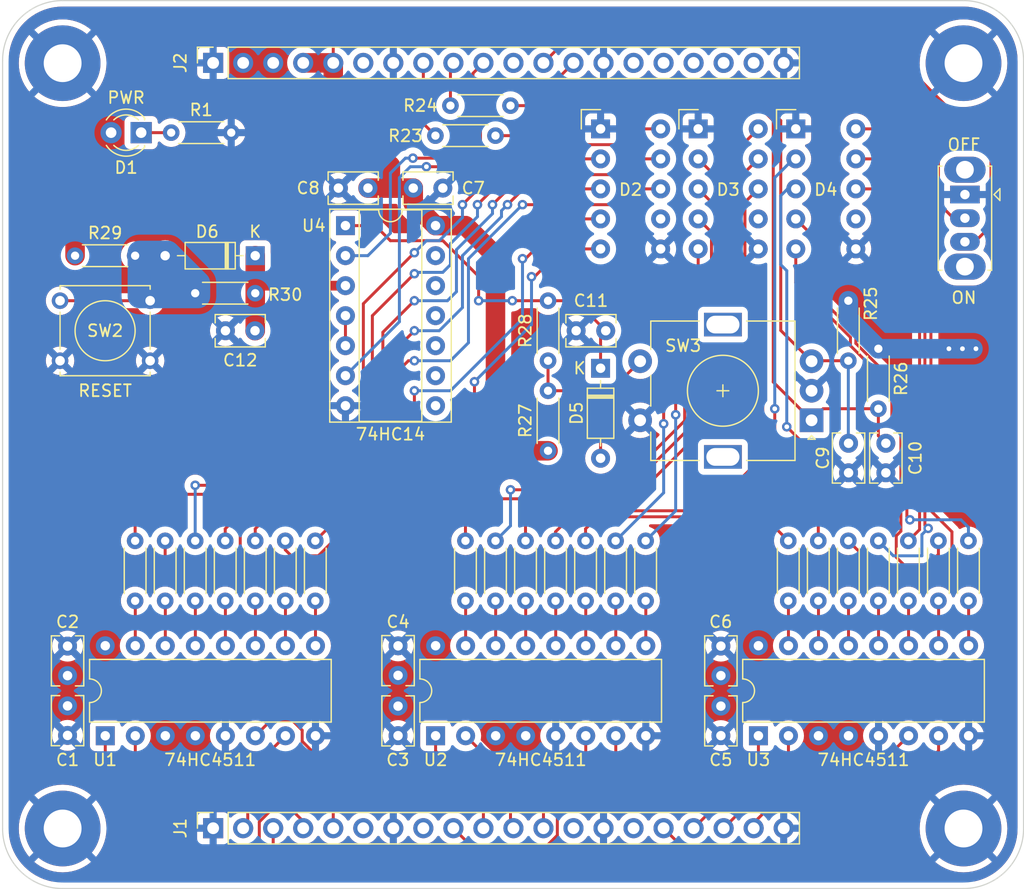
<source format=kicad_pcb>
(kicad_pcb (version 20211014) (generator pcbnew)
  (layers (0 "F.Cu" signal) (31 "B.Cu" power) (34 "B.Paste" user) (35 "F.Paste" user) (36 "B.SilkS" user "B.Silkscreen") (37 "F.SilkS" user "F.Silkscreen") (38 "B.Mask" user) (39 "F.Mask" user) (44 "Edge.Cuts" user))
  (net 0 "")
  (net 1 "+5V")
  (net 2 "GND")
  (net 3 "/CH_DT")
  (net 4 "/CH_CLK")
  (net 5 "/CH_~{SEL}")
  (net 6 "Net-(U4-Pad3)")
  (net 7 "Net-(D1-Pad1)")
  (net 8 "Net-(D2-Pad2)")
  (net 9 "Net-(D2-Pad3)")
  (net 10 "Net-(D2-Pad4)")
  (net 11 "Net-(D2-Pad5)")
  (net 13 "Net-(D2-Pad8)")
  (net 14 "Net-(D2-Pad9)")
  (net 15 "Net-(D2-Pad10)")
  (net 16 "Net-(D3-Pad2)")
  (net 17 "Net-(D3-Pad3)")
  (net 18 "Net-(D3-Pad4)")
  (net 19 "Net-(D3-Pad5)")
  (net 21 "Net-(D3-Pad8)")
  (net 22 "Net-(D3-Pad9)")
  (net 23 "Net-(D3-Pad10)")
  (net 24 "Net-(D4-Pad2)")
  (net 25 "Net-(D4-Pad3)")
  (net 26 "Net-(D4-Pad4)")
  (net 27 "Net-(D4-Pad5)")
  (net 29 "Net-(D4-Pad8)")
  (net 30 "Net-(D4-Pad9)")
  (net 31 "Net-(D4-Pad10)")
  (net 32 "Net-(R27-Pad2)")
  (net 33 "Net-(R29-Pad2)")
  (net 34 "/OA.D0")
  (net 35 "/OA.D1")
  (net 36 "/OA.D2")
  (net 37 "/OA.D3")
  (net 40 "/OB.D0")
  (net 41 "/OB.D1")
  (net 42 "/OB.D2")
  (net 43 "/OB.D3")
  (net 46 "/OC.D0")
  (net 47 "/OC.D1")
  (net 48 "/OC.D2")
  (net 49 "/OC.D3")
  (net 50 "+3.3V")
  (net 52 "/IA.D0")
  (net 53 "/IA.D1")
  (net 54 "/IA.D2")
  (net 55 "/IA.D3")
  (net 56 "3V3_EN")
  (net 57 "~{RESET}")
  (net 63 "Net-(U1-Pad13)")
  (net 64 "Net-(U1-Pad12)")
  (net 65 "Net-(U1-Pad11)")
  (net 66 "Net-(U1-Pad10)")
  (net 67 "Net-(U1-Pad9)")
  (net 68 "Net-(U1-Pad15)")
  (net 69 "Net-(U1-Pad14)")
  (net 70 "Net-(U2-Pad13)")
  (net 71 "Net-(U2-Pad12)")
  (net 72 "Net-(U2-Pad11)")
  (net 73 "Net-(U2-Pad10)")
  (net 74 "Net-(U2-Pad9)")
  (net 75 "Net-(U2-Pad15)")
  (net 76 "Net-(U2-Pad14)")
  (net 77 "Net-(U3-Pad13)")
  (net 78 "Net-(U3-Pad12)")
  (net 79 "Net-(U3-Pad11)")
  (net 80 "Net-(U3-Pad10)")
  (net 81 "Net-(U3-Pad9)")
  (net 82 "Net-(U3-Pad15)")
  (net 83 "Net-(U3-Pad14)")
  (net 84 "Net-(U4-Pad4)")
  (footprint "Display_7Segment:HDSP-A151" (layer "F.Cu") (at 163.83 41.3375)
    (fp_text reference "D2")
    (fp_text value "INND-TS30RCB")
  )
  (footprint "Package_DIP:DIP-14_W7.62mm_Socket" (layer "F.Cu") (at 142.25 49.525)
    (fp_text reference "U4")
    (fp_text value "74HC14")
  )
  (footprint "Button_Switch_THT:SW_Tactile_Straight_KSA0Axx1LFTR" (layer "F.Cu") (at 125.73 60.96 180)
    (fp_text reference "SW2")
    (fp_text value "SW_RST")
  )
  (footprint "Resistor_THT:R_Axial_DIN0204_L3.6mm_D1.6mm_P5.08mm_Horizontal" (layer "F.Cu") (at 192.405 81.28 90)
    (fp_text reference "R19" hide)
    (fp_text value "330")
  )
  (footprint "Package_DIP:DIP-16_W7.62mm" (layer "F.Cu") (at 121.935 92.7 90)
    (fp_text reference "U1")
    (fp_text value "74HC4511")
  )
  (footprint "Resistor_THT:R_Axial_DIN0204_L3.6mm_D1.6mm_P5.08mm_Horizontal" (layer "F.Cu") (at 157.48 81.28 90)
    (fp_text reference "R9" hide)
    (fp_text value "330")
  )
  (footprint "Package_DIP:DIP-16_W7.62mm" (layer "F.Cu") (at 177.18 92.7 90)
    (fp_text reference "U3")
    (fp_text value "74HC4511")
  )
  (footprint "Resistor_THT:R_Axial_DIN0204_L3.6mm_D1.6mm_P5.08mm_Horizontal" (layer "F.Cu") (at 154.94 81.28 90)
    (fp_text reference "R15" hide)
    (fp_text value "330")
  )
  (footprint "Resistor_THT:R_Axial_DIN0204_L3.6mm_D1.6mm_P5.08mm_Horizontal" (layer "F.Cu") (at 165.1 81.28 90)
    (fp_text reference "R12" hide)
    (fp_text value "330")
  )
  (footprint "Resistor_THT:R_Axial_DIN0204_L3.6mm_D1.6mm_P5.08mm_Horizontal" (layer "F.Cu") (at 134.62 81.28 90)
    (fp_text reference "R4" hide)
    (fp_text value "330")
  )
  (footprint "Capacitor_THT:C_Rect_L4.0mm_W2.5mm_P2.50mm" (layer "F.Cu") (at 118.745 90.17 -90)
    (fp_text reference "C1")
    (fp_text value "1u")
  )
  (footprint "Resistor_THT:R_Axial_DIN0204_L3.6mm_D1.6mm_P5.08mm_Horizontal" (layer "F.Cu") (at 184.785 81.28 90)
    (fp_text reference "R16" hide)
    (fp_text value "330")
  )
  (footprint "Capacitor_THT:C_Rect_L4.0mm_W2.5mm_P2.50mm" (layer "F.Cu") (at 174.005 90.19 -90)
    (fp_text reference "C5")
    (fp_text value "1u")
  )
  (footprint "Resistor_THT:R_Axial_DIN0204_L3.6mm_D1.6mm_P5.08mm_Horizontal" (layer "F.Cu") (at 129.54 81.28 90)
    (fp_text reference "R2" hide)
    (fp_text value "330")
  )
  (footprint "Resistor_THT:R_Axial_DIN0204_L3.6mm_D1.6mm_P5.08mm_Horizontal" (layer "F.Cu") (at 160.02 81.28 90)
    (fp_text reference "R10" hide)
    (fp_text value "330")
  )
  (footprint "Capacitor_THT:C_Rect_L4.0mm_W2.5mm_P2.50mm" (layer "F.Cu") (at 146.7 87.59 90)
    (fp_text reference "C4")
    (fp_text value "0u1")
  )
  (footprint "Button_Switch_THT:SW_Slide_1P2T_CK_OS102011MS2Q" (layer "F.Cu") (at 194.6475 46.895 -90)
    (fp_text reference "SW1" hide)
    (fp_text value "SW_PWR")
  )
  (footprint "Rotary_Encoder:RotaryEncoder_Alps_EC11E-Switch_Vertical_H20mm" (layer "F.Cu") (at 181.675 66 180)
    (fp_text reference "SW3")
    (fp_text value "SW_Choice")
  )
  (footprint "Package_DIP:DIP-16_W7.62mm" (layer "F.Cu") (at 149.875 92.7 90)
    (fp_text reference "U2")
    (fp_text value "74HC4511")
  )
  (footprint "Resistor_THT:R_Axial_DIN0204_L3.6mm_D1.6mm_P5.08mm_Horizontal" (layer "F.Cu") (at 129.54 55.245)
    (fp_text reference "R30")
    (fp_text value "22k")
  )
  (footprint "Resistor_THT:R_Axial_DIN0204_L3.6mm_D1.6mm_P5.08mm_Horizontal" (layer "F.Cu") (at 139.7 81.28 90)
    (fp_text reference "R6" hide)
    (fp_text value "330")
  )
  (footprint "MountingHole:MountingHole_3.2mm_M3_Pad" (layer "F.Cu") (at 194.527898 35.777898)
    (fp_text reference "H2" hide)
    (fp_text value "M3")
  )
  (footprint "Connector_PinSocket_2.54mm:PinSocket_1x20_P2.54mm_Vertical" (layer "F.Cu") (at 131.057898 100.522898 90)
    (fp_text reference "J1")
    (fp_text value "HDR_Output")
  )
  (footprint "Capacitor_THT:C_Rect_L4.0mm_W2.5mm_P2.50mm" (layer "F.Cu") (at 146.7 90.19 -90)
    (fp_text reference "C3")
    (fp_text value "1u")
  )
  (footprint "Resistor_THT:R_Axial_DIN0204_L3.6mm_D1.6mm_P5.08mm_Horizontal" (layer "F.Cu") (at 179.705 81.28 90)
    (fp_text reference "R21" hide)
    (fp_text value "330")
  )
  (footprint "Resistor_THT:R_Axial_DIN0204_L3.6mm_D1.6mm_P5.08mm_Horizontal" (layer "F.Cu") (at 151.13 39.37)
    (fp_text reference "R24")
    (fp_text value "10k")
  )
  (footprint "Capacitor_THT:C_Rect_L4.0mm_W2.5mm_P2.50mm" (layer "F.Cu") (at 174.005 87.61 90)
    (fp_text reference "C6")
    (fp_text value "0u1")
  )
  (footprint "Capacitor_THT:C_Rect_L4.0mm_W2.5mm_P2.50mm" (layer "F.Cu") (at 184.805 67.945 -90)
    (fp_text reference "C9")
    (fp_text value "10n")
  )
  (footprint "Capacitor_THT:C_Rect_L4.0mm_W2.5mm_P2.50mm" (layer "F.Cu") (at 147.985 46.35)
    (fp_text reference "C7")
    (fp_text value "1u")
  )
  (footprint "Capacitor_THT:C_Rect_L4.0mm_W2.5mm_P2.50mm" (layer "F.Cu") (at 164.265 58.42 180)
    (fp_text reference "C11")
    (fp_text value "0u1")
  )
  (footprint "Display_7Segment:HDSP-A151" (layer "F.Cu") (at 172.085 41.3375)
    (fp_text reference "D3")
    (fp_text value "INND-TS30RCB")
  )
  (footprint "Resistor_THT:R_Axial_DIN0204_L3.6mm_D1.6mm_P5.08mm_Horizontal" (layer "F.Cu") (at 159.385 60.96 90)
    (fp_text reference "R28")
    (fp_text value "200k")
  )
  (footprint "Resistor_THT:R_Axial_DIN0204_L3.6mm_D1.6mm_P5.08mm_Horizontal" (layer "F.Cu") (at 189.865 81.28 90)
    (fp_text reference "R18" hide)
    (fp_text value "330")
  )
  (footprint "MountingHole:MountingHole_3.2mm_M3_Pad" (layer "F.Cu") (at 118.327898 35.777898)
    (fp_text reference "H1" hide)
    (fp_text value "M3")
  )
  (footprint "Resistor_THT:R_Axial_DIN0204_L3.6mm_D1.6mm_P5.08mm_Horizontal" (layer "F.Cu") (at 167.64 81.28 90)
    (fp_text reference "R13" hide)
    (fp_text value "330")
  )
  (footprint "Capacitor_THT:C_Rect_L4.0mm_W2.5mm_P2.50mm" (layer "F.Cu") (at 187.96 67.945 -90)
    (fp_text reference "C10")
    (fp_text value "10n")
  )
  (footprint "LED_THT:LED_D3.0mm" (layer "F.Cu") (at 124.968 41.656 180)
    (fp_text reference "D1")
    (fp_text value "PWR")
  )
  (footprint "Resistor_THT:R_Axial_DIN0204_L3.6mm_D1.6mm_P5.08mm_Horizontal" (layer "F.Cu") (at 187.325 81.28 90)
    (fp_text reference "R17" hide)
    (fp_text value "330")
  )
  (footprint "Resistor_THT:R_Axial_DIN0204_L3.6mm_D1.6mm_P5.08mm_Horizontal" (layer "F.Cu") (at 162.56 81.28 90)
    (fp_text reference "R11" hide)
    (fp_text value "330")
  )
  (footprint "Resistor_THT:R_Axial_DIN0204_L3.6mm_D1.6mm_P5.08mm_Horizontal" (layer "F.Cu") (at 182.245 81.28 90)
    (fp_text reference "R22" hide)
    (fp_text value "330")
  )
  (footprint "Resistor_THT:R_Axial_DIN0204_L3.6mm_D1.6mm_P5.08mm_Horizontal" (layer "F.Cu") (at 152.4 81.28 90)
    (fp_text reference "R14" hide)
    (fp_text value "330")
  )
  (footprint "Capacitor_THT:C_Rect_L4.0mm_W2.5mm_P2.50mm" (layer "F.Cu") (at 134.6 58.42 180)
    (fp_text reference "C12")
    (fp_text value "1u")
  )
  (footprint "Resistor_THT:R_Axial_DIN0204_L3.6mm_D1.6mm_P5.08mm_Horizontal" (layer "F.Cu") (at 184.785 55.88 -90)
    (fp_text reference "R25")
    (fp_text value "10k")
  )
  (footprint "Resistor_THT:R_Axial_DIN0204_L3.6mm_D1.6mm_P5.08mm_Horizontal" (layer "F.Cu") (at 127.508 41.656)
    (fp_text reference "R1")
    (fp_text value "500")
  )
  (footprint "Display_7Segment:HDSP-A151" (layer "F.Cu") (at 180.34 41.3375)
    (fp_text reference "D4")
    (fp_text value "INND-TS30RCB")
  )
  (footprint "Resistor_THT:R_Axial_DIN0204_L3.6mm_D1.6mm_P5.08mm_Horizontal" (layer "F.Cu") (at 149.86 41.91)
    (fp_text reference "R23")
    (fp_text value "10k")
  )
  (footprint "Diode_THT:D_DO-35_SOD27_P7.62mm_Horizontal" (layer "F.Cu") (at 134.62 52.07 180)
    (fp_text reference "D6")
    (fp_text value "1N4148")
  )
  (footprint "Resistor_THT:R_Axial_DIN0204_L3.6mm_D1.6mm_P5.08mm_Horizontal" (layer "F.Cu") (at 187.325 59.944 -90)
    (fp_text reference "R26")
    (fp_text value "10k")
  )
  (footprint "Resistor_THT:R_Axial_DIN0204_L3.6mm_D1.6mm_P5.08mm_Horizontal" (layer "F.Cu") (at 159.385 68.58 90)
    (fp_text reference "R27")
    (fp_text value "10k")
  )
  (footprint "Connector_PinSocket_2.54mm:PinSocket_1x20_P2.54mm_Vertical" (layer "F.Cu") (at 131.057898 35.752898 90)
    (fp_text reference "J2")
    (fp_text value "HDR_Input")
  )
  (footprint "Resistor_THT:R_Axial_DIN0204_L3.6mm_D1.6mm_P5.08mm_Horizontal" (layer "F.Cu") (at 119.38 52.07)
    (fp_text reference "R29")
    (fp_text value "51k")
  )
  (footprint "MountingHole:MountingHole_3.2mm_M3_Pad" (layer "F.Cu") (at 194.527898 100.547898)
    (fp_text reference "H4" hide)
    (fp_text value "M3")
  )
  (footprint "Diode_THT:D_DO-35_SOD27_P7.62mm_Horizontal" (layer "F.Cu") (at 163.83 61.595 -90)
    (fp_text reference "D5")
    (fp_text value "1N4148")
  )
  (footprint "Resistor_THT:R_Axial_DIN0204_L3.6mm_D1.6mm_P5.08mm_Horizontal" (layer "F.Cu") (at 132.08 81.28 90)
    (fp_text reference "R3" hide)
    (fp_text value "330")
  )
  (footprint "Capacitor_THT:C_Rect_L4.0mm_W2.5mm_P2.50mm" (layer "F.Cu") (at 118.745 87.61 90)
    (fp_text reference "C2")
    (fp_text value "0u1")
  )
  (footprint "MountingHole:MountingHole_3.2mm_M3_Pad" (layer "F.Cu") (at 118.327898 100.547898)
    (fp_text reference "H3" hide)
    (fp_text value "M3")
  )
  (footprint "Resistor_THT:R_Axial_DIN0204_L3.6mm_D1.6mm_P5.08mm_Horizontal" (layer "F.Cu") (at 124.46 81.28 90)
    (fp_text reference "R7" hide)
    (fp_text value "330")
  )
  (footprint "Resistor_THT:R_Axial_DIN0204_L3.6mm_D1.6mm_P5.08mm_Horizontal" (layer "F.Cu") (at 137.16 81.28 90)
    (fp_text reference "R5" hide)
    (fp_text value "330")
  )
  (footprint "Capacitor_THT:C_Rect_L4.0mm_W2.5mm_P2.50mm" (layer "F.Cu") (at 144.155 46.35 180)
    (fp_text reference "C8")
    (fp_text value "0u1")
  )
  (footprint "Resistor_THT:R_Axial_DIN0204_L3.6mm_D1.6mm_P5.08mm_Horizontal" (layer "F.Cu") (at 127 81.28 90)
    (fp_text reference "R8" hide)
    (fp_text value "330")
  )
  (footprint "Resistor_THT:R_Axial_DIN0204_L3.6mm_D1.6mm_P5.08mm_Horizontal" (layer "F.Cu") (at 194.945 81.28 90)
    (fp_text reference "R20" hide)
    (fp_text value "330")
  )
  (gr_line (start 113.247898 100.547898) (end 113.247898 35.56) (layer "Edge.Cuts") (width 0.1))
  (gr_arc (start 118.327898 105.627898) (mid 114.735796 104.14) (end 113.247898 100.547898) (layer "Edge.Cuts") (width 0.1))
  (gr_line (start 118.327898 30.48) (end 194.527898 30.48) (layer "Edge.Cuts") (width 0.1))
  (gr_arc (start 113.247898 35.56) (mid 114.735794 31.967896) (end 118.327898 30.48) (layer "Edge.Cuts") (width 0.1))
  (gr_arc (start 194.527898 30.48) (mid 198.12 31.967898) (end 199.607898 35.56) (layer "Edge.Cuts") (width 0.1))
  (gr_arc (start 199.607898 100.547898) (mid 198.12 104.14) (end 194.527898 105.627898) (layer "Edge.Cuts") (width 0.1))
  (gr_line (start 194.527898 105.627898) (end 118.327898 105.627898) (layer "Edge.Cuts") (width 0.1))
  (gr_line (start 199.607898 35.56) (end 199.607898 100.547898) (layer "Edge.Cuts") (width 0.1))
  (gr_text "RESET" (at 121.92 63.5) (layer "F.SilkS") (effects (font (size 1 1))))
  (gr_text "ON" (at 194.564 55.626) (layer "F.SilkS") (effects (font (size 1 1))))
  (gr_text "OFF" (at 194.564 42.672) (layer "F.SilkS") (effects (font (size 1 1))))
  (via (at 194.437 59.944) (size 0.8) (drill 0.4) (layers "F.Cu" "B.Cu") (net 1))
  (via (at 193.294 59.944) (size 0.8) (drill 0.4) (layers "F.Cu" "B.Cu") (net 1))
  (via (at 195.58 59.944) (size 0.8) (drill 0.4) (layers "F.Cu" "B.Cu") (net 1))
  (segment (start 192.786 59.944) (end 194.056 59.944) (width 1.65) (layer "B.Cu") (net 1))
  (segment (start 184.785 55.88) (end 184.785 57.404) (width 1.65) (layer "B.Cu") (net 1))
  (segment (start 194.056 59.944) (end 195.326 59.944) (width 1.65) (layer "B.Cu") (net 1))
  (segment (start 184.785 57.404) (end 187.325 59.944) (width 1.65) (layer "B.Cu") (net 1))
  (segment (start 187.325 59.944) (end 192.786 59.944) (width 1.65) (layer "B.Cu") (net 1))
  (segment (start 179.07 40.64) (end 177.292 38.862) (width 0.25) (layer "F.Cu") (net 3))
  (segment (start 179.07 58.395) (end 179.07 40.64) (width 0.25) (layer "F.Cu") (net 3))
  (segment (start 184.785 60.96) (end 181.715 60.96) (width 0.25) (layer "F.Cu") (net 3))
  (segment (start 181.675 61) (end 179.07 58.395) (width 0.25) (layer "F.Cu") (net 3))
  (segment (start 177.292 38.862) (end 157.988 38.862) (width 0.25) (layer "F.Cu") (net 3))
  (segment (start 157.988 38.862) (end 157.48 39.37) (width 0.25) (layer "F.Cu") (net 3))
  (segment (start 157.48 39.37) (end 156.21 39.37) (width 0.25) (layer "F.Cu") (net 3))
  (segment (start 184.785 60.96) (end 184.785 67.925) (width 0.25) (layer "B.Cu") (net 3))
  (segment (start 178.435 40.641396) (end 177.163604 39.37) (width 0.25) (layer "F.Cu") (net 4))
  (segment (start 178.435 62.76) (end 178.435 40.641396) (width 0.25) (layer "F.Cu") (net 4))
  (segment (start 156.845 41.91) (end 154.94 41.91) (width 0.25) (layer "F.Cu") (net 4))
  (segment (start 187.325 67.31) (end 187.96 67.945) (width 0.25) (layer "F.Cu") (net 4))
  (segment (start 187.325 65.024) (end 182.651 65.024) (width 0.25) (layer "F.Cu") (net 4))
  (segment (start 177.163604 39.37) (end 159.385 39.37) (width 0.25) (layer "F.Cu") (net 4))
  (segment (start 187.325 65.405) (end 187.325 67.31) (width 0.25) (layer "F.Cu") (net 4))
  (segment (start 159.385 39.37) (end 156.845 41.91) (width 0.25) (layer "F.Cu") (net 4))
  (segment (start 182.651 65.024) (end 181.675 66) (width 0.25) (layer "F.Cu") (net 4))
  (segment (start 181.675 66) (end 178.435 62.76) (width 0.25) (layer "F.Cu") (net 4))
  (segment (start 163.83 61.595) (end 163.83 58.855) (width 0.25) (layer "F.Cu") (net 5))
  (segment (start 153.5155 55.88) (end 153.5155 53.8205) (width 0.25) (layer "F.Cu") (net 5))
  (segment (start 153.5155 53.8205) (end 150.495 50.8) (width 0.25) (layer "F.Cu") (net 5))
  (segment (start 159.385 55.88) (end 156.3645 55.88) (width 0.25) (layer "F.Cu") (net 5))
  (segment (start 146.05 50.8) (end 144.775 49.525) (width 0.25) (layer "F.Cu") (net 5))
  (segment (start 144.775 49.525) (end 142.25 49.525) (width 0.25) (layer "F.Cu") (net 5))
  (segment (start 161.725 55.88) (end 159.385 55.88) (width 0.25) (layer "F.Cu") (net 5))
  (segment (start 164.265 58.42) (end 161.725 55.88) (width 0.25) (layer "F.Cu") (net 5))
  (segment (start 150.495 50.8) (end 146.05 50.8) (width 0.25) (layer "F.Cu") (net 5))
  (via (at 156.3645 55.88) (size 0.8) (drill 0.4) (layers "F.Cu" "B.Cu") (net 5))
  (via (at 153.5155 55.88) (size 0.8) (drill 0.4) (layers "F.Cu" "B.Cu") (net 5))
  (segment (start 156.3645 55.88) (end 153.67 55.88) (width 0.25) (layer "B.Cu") (net 5))
  (segment (start 153.67 55.88) (end 153.5155 55.88) (width 0.25) (layer "B.Cu") (net 5))
  (segment (start 134.62 58.4) (end 134.6 58.42) (width 1.65) (layer "F.Cu") (net 6))
  (segment (start 142.25 54.605) (end 135.26 54.605) (width 0.825) (layer "F.Cu") (net 6))
  (segment (start 135.26 54.605) (end 134.62 55.245) (width 0.825) (layer "F.Cu") (net 6))
  (segment (start 134.62 52.07) (end 134.62 58.4) (width 1.65) (layer "F.Cu") (net 6))
  (segment (start 127.508 41.656) (end 124.968 41.656) (width 0.25) (layer "F.Cu") (net 7))
  (segment (start 144.526 57.15) (end 144.526 66.167) (width 0.25) (layer "F.Cu") (net 8))
  (segment (start 148.082 53.594) (end 144.526 57.15) (width 0.25) (layer "F.Cu") (net 8))
  (segment (start 124.46 73.914) (end 124.46 76.2) (width 0.25) (layer "F.Cu") (net 8))
  (segment (start 138.43 72.263) (end 126.111 72.263) (width 0.25) (layer "F.Cu") (net 8))
  (segment (start 163.83 43.8775) (end 157.2905 43.8775) (width 0.25) (layer "F.Cu") (net 8))
  (segment (start 126.111 72.263) (end 124.46 73.914) (width 0.25) (layer "F.Cu") (net 8))
  (segment (start 144.526 66.167) (end 138.43 72.263) (width 0.25) (layer "F.Cu") (net 8))
  (segment (start 157.2905 43.8775) (end 153.416 47.752) (width 0.25) (layer "F.Cu") (net 8))
  (via (at 153.416 47.752) (size 0.8) (drill 0.4) (layers "F.Cu" "B.Cu") (net 8))
  (via (at 148.082 53.594) (size 0.8) (drill 0.4) (layers "F.Cu" "B.Cu") (net 8))
  (segment (start 151.13 51.054) (end 151.13 52.832) (width 0.25) (layer "B.Cu") (net 8))
  (segment (start 151.13 52.832) (end 150.482 53.48) (width 0.25) (layer "B.Cu") (net 8))
  (segment (start 148.196 53.48) (end 148.082 53.594) (width 0.25) (layer "B.Cu") (net 8))
  (segment (start 153.416 47.752) (end 153.416 48.768) (width 0.25) (layer "B.Cu") (net 8))
  (segment (start 150.482 53.48) (end 148.196 53.48) (width 0.25) (layer "B.Cu") (net 8))
  (segment (start 153.416 48.768) (end 151.13 51.054) (width 0.25) (layer "B.Cu") (net 8))
  (segment (start 127.762 78.486) (end 127 77.724) (width 0.25) (layer "F.Cu") (net 9))
  (segment (start 148.082 58.42) (end 146.177 60.325) (width 0.25) (layer "F.Cu") (net 9))
  (segment (start 134.874 73.66) (end 133.35 75.184) (width 0.25) (layer "F.Cu") (net 9))
  (segment (start 146.177 67.056) (end 139.573 73.66) (width 0.25) (layer "F.Cu") (net 9))
  (segment (start 146.177 60.325) (end 146.177 67.056) (width 0.25) (layer "F.Cu") (net 9))
  (segment (start 163.83 46.4175) (end 157.2905 46.4175) (width 0.25) (layer "F.Cu") (net 9))
  (segment (start 133.35 77.724) (end 132.588 78.486) (width 0.25) (layer "F.Cu") (net 9))
  (segment (start 127 77.724) (end 127 76.2) (width 0.25) (layer "F.Cu") (net 9))
  (segment (start 157.2905 46.4175) (end 155.956 47.752) (width 0.25) (layer "F.Cu") (net 9))
  (segment (start 132.588 78.486) (end 127.762 78.486) (width 0.25) (layer "F.Cu") (net 9))
  (segment (start 133.35 75.184) (end 133.35 77.724) (width 0.25) (layer "F.Cu") (net 9))
  (segment (start 139.573 73.66) (end 134.874 73.66) (width 0.25) (layer "F.Cu") (net 9))
  (via (at 148.082 58.42) (size 0.8) (drill 0.4) (layers "F.Cu" "B.Cu") (net 9))
  (via (at 155.956 47.752) (size 0.8) (drill 0.4) (layers "F.Cu" "B.Cu") (net 9))
  (segment (start 155.956 47.752) (end 155.448 48.26) (width 0.25) (layer "B.Cu") (net 9))
  (segment (start 152.146 52.07) (end 152.146 56.459991) (width 0.25) (layer "B.Cu") (net 9))
  (segment (start 150.185991 58.42) (end 148.082 58.42) (width 0.25) (layer "B.Cu") (net 9))
  (segment (start 152.146 56.459991) (end 150.185991 58.42) (width 0.25) (layer "B.Cu") (net 9))
  (segment (start 155.448 48.768) (end 152.146 52.07) (width 0.25) (layer "B.Cu") (net 9))
  (segment (start 155.448 48.26) (end 155.448 48.768) (width 0.25) (layer "B.Cu") (net 9))
  (segment (start 163.83 48.9575) (end 160.8465 48.9575) (width 0.25) (layer "F.Cu") (net 10))
  (segment (start 148.082 67.818) (end 139.7 76.2) (width 0.25) (layer "F.Cu") (net 10))
  (segment (start 157.48 52.324) (end 157.226 52.324) (width 0.25) (layer "F.Cu") (net 10))
  (segment (start 148.082 63.5) (end 148.082 67.818) (width 0.25) (layer "F.Cu") (net 10))
  (segment (start 157.48 52.324) (end 160.8465 48.9575) (width 0.25) (layer "F.Cu") (net 10))
  (via (at 157.226 52.324) (size 0.8) (drill 0.4) (layers "F.Cu" "B.Cu") (net 10))
  (via (at 148.082 63.5) (size 0.8) (drill 0.4) (layers "F.Cu" "B.Cu") (net 10))
  (segment (start 157.226 52.324) (end 157.226 57.404) (width 0.25) (layer "B.Cu") (net 10))
  (segment (start 151.13 63.5) (end 148.082 63.5) (width 0.25) (layer "B.Cu") (net 10))
  (segment (start 157.226 57.404) (end 151.13 63.5) (width 0.25) (layer "B.Cu") (net 10))
  (segment (start 153.162 64.262) (end 139.954 77.47) (width 0.25) (layer "F.Cu") (net 11))
  (segment (start 137.668 77.47) (end 137.16 76.962) (width 0.25) (layer "F.Cu") (net 11))
  (segment (start 153.162 62.738) (end 153.162 64.262) (width 0.25) (layer "F.Cu") (net 11))
  (segment (start 158.242 53.848) (end 157.988 53.848) (width 0.25) (layer "F.Cu") (net 11))
  (segment (start 158.242 53.848) (end 160.5925 51.4975) (width 0.25) (layer "F.Cu") (net 11))
  (segment (start 139.954 77.47) (end 137.668 77.47) (width 0.25) (layer "F.Cu") (net 11))
  (segment (start 163.83 51.4975) (end 160.5925 51.4975) (width 0.25) (layer "F.Cu") (net 11))
  (segment (start 137.16 76.962) (end 137.16 76.2) (width 0.25) (layer "F.Cu") (net 11))
  (via (at 153.162 62.738) (size 0.8) (drill 0.4) (layers "F.Cu" "B.Cu") (net 11))
  (via (at 157.988 53.848) (size 0.8) (drill 0.4) (layers "F.Cu" "B.Cu") (net 11))
  (segment (start 157.988 57.912) (end 153.162 62.738) (width 0.25) (layer "B.Cu") (net 11))
  (segment (start 157.988 53.848) (end 157.988 57.912) (width 0.25) (layer "B.Cu") (net 11))
  (segment (start 140.081 74.422) (end 135.382 74.422) (width 0.25) (layer "F.Cu") (net 13))
  (segment (start 135.382 74.422) (end 134.62 75.184) (width 0.25) (layer "F.Cu") (net 13))
  (segment (start 166.4345 46.4175) (end 165.1 47.752) (width 0.25) (layer "F.Cu") (net 13))
  (segment (start 157.226 47.752) (end 165.1 47.752) (width 0.25) (layer "F.Cu") (net 13))
  (segment (start 147.574 60.96) (end 146.939 61.595) (width 0.25) (layer "F.Cu") (net 13))
  (segment (start 148.082 60.96) (end 147.574 60.96) (width 0.25) (layer "F.Cu") (net 13))
  (segment (start 146.939 67.564) (end 140.081 74.422) (width 0.25) (layer "F.Cu") (net 13))
  (segment (start 134.62 75.184) (end 134.62 76.2) (width 0.25) (layer "F.Cu") (net 13))
  (segment (start 146.939 61.595) (end 146.939 67.564) (width 0.25) (layer "F.Cu") (net 13))
  (segment (start 168.91 46.4175) (end 166.4345 46.4175) (width 0.25) (layer "F.Cu") (net 13))
  (via (at 157.226 47.752) (size 0.8) (drill 0.4) (layers "F.Cu" "B.Cu") (net 13))
  (via (at 148.082 60.96) (size 0.8) (drill 0.4) (layers "F.Cu" "B.Cu") (net 13))
  (segment (start 151.13 60.96) (end 148.082 60.96) (width 0.25) (layer "B.Cu") (net 13))
  (segment (start 157.226 47.752) (end 152.654 52.324) (width 0.25) (layer "B.Cu") (net 13))
  (segment (start 152.654 59.436) (end 151.13 60.96) (width 0.25) (layer "B.Cu") (net 13))
  (segment (start 152.654 52.324) (end 152.654 59.436) (width 0.25) (layer "B.Cu") (net 13))
  (segment (start 134.366 72.898) (end 139.192 72.898) (width 0.25) (layer "F.Cu") (net 14))
  (segment (start 145.415 58.547) (end 148.082 55.88) (width 0.25) (layer "F.Cu") (net 14))
  (segment (start 166.4345 43.8775) (end 165.1 45.212) (width 0.25) (layer "F.Cu") (net 14))
  (segment (start 165.1 45.212) (end 157.226 45.212) (width 0.25) (layer "F.Cu") (net 14))
  (segment (start 139.192 72.898) (end 145.415 66.675) (width 0.25) (layer "F.Cu") (net 14))
  (segment (start 168.91 43.8775) (end 166.4345 43.8775) (width 0.25) (layer "F.Cu") (net 14))
  (segment (start 145.415 66.675) (end 145.415 58.547) (width 0.25) (layer "F.Cu") (net 14))
  (segment (start 157.226 45.212) (end 154.686 47.752) (width 0.25) (layer "F.Cu") (net 14))
  (segment (start 132.08 75.184) (end 134.366 72.898) (width 0.25) (layer "F.Cu") (net 14))
  (segment (start 132.08 76.2) (end 132.08 75.184) (width 0.25) (layer "F.Cu") (net 14))
  (via (at 154.686 47.752) (size 0.8) (drill 0.4) (layers "F.Cu" "B.Cu") (net 14))
  (via (at 148.082 55.88) (size 0.8) (drill 0.4) (layers "F.Cu" "B.Cu") (net 14))
  (segment (start 154.686 47.752) (end 154.686 48.514) (width 0.25) (layer "B.Cu") (net 14))
  (segment (start 154.686 48.514) (end 151.638 51.562) (width 0.25) (layer "B.Cu") (net 14))
  (segment (start 150.876 55.88) (end 148.082 55.88) (width 0.25) (layer "B.Cu") (net 14))
  (segment (start 151.638 55.118) (end 150.876 55.88) (width 0.25) (layer "B.Cu") (net 14))
  (segment (start 151.638 51.562) (end 151.638 55.118) (width 0.25) (layer "B.Cu") (net 14))
  (segment (start 143.764 65.659) (end 143.764 56.134) (width 0.25) (layer "F.Cu") (net 15))
  (segment (start 143.764 56.134) (end 148.082 51.816) (width 0.25) (layer "F.Cu") (net 15))
  (segment (start 129.54 71.501) (end 137.922 71.501) (width 0.25) (layer "F.Cu") (net 15))
  (segment (start 137.922 71.501) (end 143.764 65.659) (width 0.25) (layer "F.Cu") (net 15))
  (segment (start 157.226 42.672) (end 152.146 47.752) (width 0.25) (layer "F.Cu") (net 15))
  (segment (start 167.1965 41.3375) (end 165.862 42.672) (width 0.25) (layer "F.Cu") (net 15))
  (segment (start 165.862 42.672) (end 157.226 42.672) (width 0.25) (layer "F.Cu") (net 15))
  (segment (start 168.91 41.3375) (end 167.1965 41.3375) (width 0.25) (layer "F.Cu") (net 15))
  (via (at 129.54 71.501) (size 0.8) (drill 0.4) (layers "F.Cu" "B.Cu") (net 15))
  (via (at 152.146 47.752) (size 0.8) (drill 0.4) (layers "F.Cu" "B.Cu") (net 15))
  (via (at 148.082 51.816) (size 0.8) (drill 0.4) (layers "F.Cu" "B.Cu") (net 15))
  (segment (start 149.098 50.8) (end 148.082 51.816) (width 0.25) (layer "B.Cu") (net 15))
  (segment (start 150.185991 50.8) (end 149.098 50.8) (width 0.25) (layer "B.Cu") (net 15))
  (segment (start 152.146 47.752) (end 152.146 48.839991) (width 0.25) (layer "B.Cu") (net 15))
  (segment (start 129.54 71.501) (end 129.54 76.2) (width 0.25) (layer "B.Cu") (net 15))
  (segment (start 152.146 48.839991) (end 150.185991 50.8) (width 0.25) (layer "B.Cu") (net 15))
  (segment (start 165.354 72.644) (end 154.686 72.644) (width 0.25) (layer "F.Cu") (net 16))
  (segment (start 152.4 74.93) (end 152.4 76.2) (width 0.25) (layer "F.Cu") (net 16))
  (segment (start 171.45 66.548) (end 165.354 72.644) (width 0.25) (layer "F.Cu") (net 16))
  (segment (start 174.11 53.982) (end 171.45 56.642) (width 0.25) (layer "F.Cu") (net 16))
  (segment (start 154.686 72.644) (end 152.4 74.93) (width 0.25) (layer "F.Cu") (net 16))
  (segment (start 171.45 56.642) (end 171.45 66.548) (width 0.25) (layer "F.Cu") (net 16))
  (segment (start 174.11 45.9025) (end 174.11 53.982) (width 0.25) (layer "F.Cu") (net 16))
  (segment (start 172.085 43.8775) (end 174.11 45.9025) (width 0.25) (layer "F.Cu") (net 16))
  (segment (start 170.942 56.134) (end 170.942 66.04) (width 0.25) (layer "F.Cu") (net 17))
  (segment (start 156.21 71.882) (end 165.1 71.882) (width 0.25) (layer "F.Cu") (net 17))
  (segment (start 172.085 46.4175) (end 173.66 47.9925) (width 0.25) (layer "F.Cu") (net 17))
  (segment (start 173.66 47.9925) (end 173.66 53.416) (width 0.25) (layer "F.Cu") (net 17))
  (segment (start 173.66 53.416) (end 170.942 56.134) (width 0.25) (layer "F.Cu") (net 17))
  (segment (start 170.942 66.04) (end 165.1 71.882) (width 0.25) (layer "F.Cu") (net 17))
  (via (at 156.21 71.882) (size 0.8) (drill 0.4) (layers "F.Cu" "B.Cu") (net 17))
  (segment (start 156.21 74.93) (end 154.94 76.2) (width 0.25) (layer "B.Cu") (net 17))
  (segment (start 156.21 71.882) (end 156.21 74.93) (width 0.25) (layer "B.Cu") (net 17))
  (segment (start 170.18 56.134) (end 170.18 65.532) (width 0.25) (layer "F.Cu") (net 18))
  (segment (start 172.085 48.9575) (end 173.21 50.0825) (width 0.25) (layer "F.Cu") (net 18))
  (segment (start 173.21 53.195) (end 173.119 53.195) (width 0.25) (layer "F.Cu") (net 18))
  (segment (start 170.18 56.134) (end 173.119 53.195) (width 0.25) (layer "F.Cu") (net 18))
  (segment (start 173.21 50.0825) (end 173.21 53.195) (width 0.25) (layer "F.Cu") (net 18))
  (via (at 170.18 65.532) (size 0.8) (drill 0.4) (layers "F.Cu" "B.Cu") (net 18))
  (segment (start 170.18 65.532) (end 170.18 73.66) (width 0.25) (layer "B.Cu") (net 18))
  (segment (start 170.18 73.66) (end 167.64 76.2) (width 0.25) (layer "B.Cu") (net 18))
  (segment (start 172.085 51.4975) (end 172.085 53.213) (width 0.25) (layer "F.Cu") (net 19))
  (segment (start 169.164 56.134) (end 172.085 53.213) (width 0.25) (layer "F.Cu") (net 19))
  (segment (start 169.164 56.134) (end 169.164 66.294) (width 0.25) (layer "F.Cu") (net 19))
  (via (at 169.164 66.294) (size 0.8) (drill 0.4) (layers "F.Cu" "B.Cu") (net 19))
  (segment (start 169.164 72.136) (end 165.1 76.2) (width 0.25) (layer "B.Cu") (net 19))
  (segment (start 169.164 66.294) (end 169.164 72.136) (width 0.25) (layer "B.Cu") (net 19))
  (segment (start 177.165 46.4175) (end 176.04 47.5425) (width 0.25) (layer "F.Cu") (net 21))
  (segment (start 176.04 47.5425) (end 176.04 53.358) (width 0.25) (layer "F.Cu") (net 21))
  (segment (start 162.56 75.184) (end 162.56 76.2) (width 0.25) (layer "F.Cu") (net 21))
  (segment (start 173.482 74.168) (end 163.576 74.168) (width 0.25) (layer "F.Cu") (net 21))
  (segment (start 177.546 54.864) (end 177.546 70.104) (width 0.25) (layer "F.Cu") (net 21))
  (segment (start 176.04 53.358) (end 177.546 54.864) (width 0.25) (layer "F.Cu") (net 21))
  (segment (start 163.576 74.168) (end 162.56 75.184) (width 0.25) (layer "F.Cu") (net 21))
  (segment (start 177.546 70.104) (end 173.482 74.168) (width 0.25) (layer "F.Cu") (net 21))
  (segment (start 175.59 45.4525) (end 175.59 53.67) (width 0.25) (layer "F.Cu") (net 22))
  (segment (start 172.974 73.66) (end 161.798 73.66) (width 0.25) (layer "F.Cu") (net 22))
  (segment (start 177.165 43.8775) (end 175.59 45.4525) (width 0.25) (layer "F.Cu") (net 22))
  (segment (start 161.798 73.66) (end 160.02 75.438) (width 0.25) (layer "F.Cu") (net 22))
  (segment (start 175.59 53.67) (end 177.038 55.118) (width 0.25) (layer "F.Cu") (net 22))
  (segment (start 177.038 69.596) (end 172.974 73.66) (width 0.25) (layer "F.Cu") (net 22))
  (segment (start 160.02 75.438) (end 160.02 76.2) (width 0.25) (layer "F.Cu") (net 22))
  (segment (start 177.038 55.118) (end 177.038 69.596) (width 0.25) (layer "F.Cu") (net 22))
  (segment (start 176.53 55.372) (end 176.53 66.548) (width 0.25) (layer "F.Cu") (net 23))
  (segment (start 166.116 73.152) (end 159.258 73.152) (width 0.25) (layer "F.Cu") (net 23))
  (segment (start 175.14 53.982) (end 176.53 55.372) (width 0.25) (layer "F.Cu") (net 23))
  (segment (start 159.258 73.152) (end 157.48 74.93) (width 0.25) (layer "F.Cu") (net 23))
  (segment (start 157.48 74.93) (end 157.48 76.2) (width 0.25) (layer "F.Cu") (net 23))
  (segment (start 176.53 66.548) (end 175.768 67.31) (width 0.25) (layer "F.Cu") (net 23))
  (segment (start 171.958 67.31) (end 166.116 73.152) (width 0.25) (layer "F.Cu") (net 23))
  (segment (start 177.165 41.3375) (end 175.14 43.3625) (width 0.25) (layer "F.Cu") (net 23))
  (segment (start 175.14 43.3625) (end 175.14 53.982) (width 0.25) (layer "F.Cu") (net 23))
  (segment (start 175.768 67.31) (end 171.958 67.31) (width 0.25) (layer "F.Cu") (net 23))
  (segment (start 178.562 75.057) (end 178.562 65.024) (width 0.25) (layer "F.Cu") (net 24))
  (segment (start 179.705 76.2) (end 178.562 75.057) (width 0.25) (layer "F.Cu") (net 24))
  (via (at 178.562 65.024) (size 0.8) (drill 0.4) (layers "F.Cu" "B.Cu") (net 24))
  (segment (start 178.562 65.024) (end 178.562 45.466) (width 0.25) (layer "B.Cu") (net 24))
  (segment (start 178.562 45.466) (end 180.1505 43.8775) (width 0.25) (layer "B.Cu") (net 24))
  (segment (start 182.245 76.2) (end 182.245 69.215) (width 0.25) (layer "F.Cu") (net 25))
  (segment (start 182.245 69.215) (end 179.578 66.548) (width 0.25) (layer "F.Cu") (net 25))
  (via (at 179.578 66.548) (size 0.8) (drill 0.4) (layers "F.Cu" "B.Cu") (net 25))
  (segment (start 179.578 66.548) (end 179.578 53.34) (width 0.25) (layer "B.Cu") (net 25))
  (segment (start 179.578 53.34) (end 179.07 52.832) (width 0.25) (layer "B.Cu") (net 25))
  (segment (start 179.07 52.832) (end 179.07 46.99) (width 0.25) (layer "B.Cu") (net 25))
  (segment (start 179.6425 46.4175) (end 180.34 46.4175) (width 0.25) (layer "B.Cu") (net 25))
  (segment (start 179.07 46.99) (end 179.6425 46.4175) (width 0.25) (layer "B.Cu") (net 25))
  (segment (start 181.864 55.118) (end 185.42 58.674) (width 0.25) (layer "F.Cu") (net 26))
  (segment (start 185.42 59.488569) (end 188.976 63.044569) (width 0.25) (layer "F.Cu") (net 26))
  (segment (start 181.864 50.4815) (end 181.864 55.118) (width 0.25) (layer "F.Cu") (net 26))
  (segment (start 189.738 74.168) (end 189.992 74.422) (width 0.25) (layer "F.Cu") (net 26))
  (segment (start 189.738 66.548) (end 189.738 74.168) (width 0.25) (layer "F.Cu") (net 26))
  (segment (start 188.976 63.044569) (end 188.976 65.786) (width 0.25) (layer "F.Cu") (net 26))
  (segment (start 185.42 58.674) (end 185.42 59.488569) (width 0.25) (layer "F.Cu") (net 26))
  (segment (start 188.976 65.786) (end 189.738 66.548) (width 0.25) (layer "F.Cu") (net 26))
  (segment (start 180.34 48.9575) (end 181.864 50.4815) (width 0.25) (layer "F.Cu") (net 26))
  (via (at 189.992 74.422) (size 0.8) (drill 0.4) (layers "F.Cu" "B.Cu") (net 26))
  (segment (start 194.31 74.422) (end 194.945 75.057) (width 0.25) (layer "B.Cu") (net 26))
  (segment (start 189.992 74.422) (end 194.31 74.422) (width 0.25) (layer "B.Cu") (net 26))
  (segment (start 194.945 75.057) (end 194.945 76.2) (width 0.25) (layer "B.Cu") (net 26))
  (segment (start 184.964569 59.69) (end 188.468 63.193431) (width 0.25) (layer "F.Cu") (net 27))
  (segment (start 180.34 54.356) (end 184.964569 58.980569) (width 0.25) (layer "F.Cu") (net 27))
  (segment (start 189.23 75.385431) (end 188.84 75.775431) (width 0.25) (layer "F.Cu") (net 27))
  (segment (start 188.468 63.193431) (end 188.468 66.294) (width 0.25) (layer "F.Cu") (net 27))
  (segment (start 180.34 51.4975) (end 180.34 54.356) (width 0.25) (layer "F.Cu") (net 27))
  (segment (start 184.964569 58.980569) (end 184.964569 59.69) (width 0.25) (layer "F.Cu") (net 27))
  (segment (start 192.405 77.343) (end 192.405 76.2) (width 0.25) (layer "F.Cu") (net 27))
  (segment (start 188.84 77.588) (end 189.484 78.232) (width 0.25) (layer "F.Cu") (net 27))
  (segment (start 188.468 66.294) (end 189.23 67.056) (width 0.25) (layer "F.Cu") (net 27))
  (segment (start 189.484 78.232) (end 191.516 78.232) (width 0.25) (layer "F.Cu") (net 27))
  (segment (start 188.84 75.775431) (end 188.84 77.588) (width 0.25) (layer "F.Cu") (net 27))
  (segment (start 191.516 78.232) (end 192.405 77.343) (width 0.25) (layer "F.Cu") (net 27))
  (segment (start 189.23 67.056) (end 189.23 75.385431) (width 0.25) (layer "F.Cu") (net 27))
  (segment (start 190.812 48.826) (end 190.812 75.253) (width 0.25) (layer "F.Cu") (net 29))
  (segment (start 190.812 75.253) (end 189.865 76.2) (width 0.25) (layer "F.Cu") (net 29))
  (segment (start 188.4035 46.4175) (end 190.812 48.826) (width 0.25) (layer "F.Cu") (net 29))
  (segment (start 185.42 46.4175) (end 188.4035 46.4175) (width 0.25) (layer "F.Cu") (net 29))
  (segment (start 191.262 74.872) (end 191.5365 75.1465) (width 0.25) (layer "F.Cu") (net 30))
  (segment (start 185.42 43.8775) (end 188.4035 43.8775) (width 0.25) (layer "F.Cu") (net 30))
  (segment (start 191.262 46.736) (end 191.262 74.872) (width 0.25) (layer "F.Cu") (net 30))
  (segment (start 188.4035 43.8775) (end 191.262 46.736) (width 0.25) (layer "F.Cu") (net 30))
  (via (at 191.5365 75.1465) (size 0.8) (drill 0.4) (layers "F.Cu" "B.Cu") (net 30))
  (segment (start 191.008 75.675) (end 191.008 77.47) (width 0.25) (layer "B.Cu") (net 30))
  (segment (start 191.008 77.47) (end 188.595 77.47) (width 0.25) (layer "B.Cu") (net 30))
  (segment (start 188.595 77.47) (end 187.325 76.2) (width 0.25) (layer "B.Cu") (net 30))
  (segment (start 191.5365 75.1465) (end 191.008 75.675) (width 0.25) (layer "B.Cu") (net 30))
  (segment (start 193.548 75.438) (end 193.548 77.47) (width 0.25) (layer "F.Cu") (net 31))
  (segment (start 191.77 73.66) (end 193.548 75.438) (width 0.25) (layer "F.Cu") (net 31))
  (segment (start 192.278 78.74) (end 187.325 78.74) (width 0.25) (layer "F.Cu") (net 31))
  (segment (start 187.325 78.74) (end 184.785 76.2) (width 0.25) (layer "F.Cu") (net 31))
  (segment (start 191.77 44.45) (end 191.77 73.66) (width 0.25) (layer "F.Cu") (net 31))
  (segment (start 185.42 41.3375) (end 188.6575 41.3375) (width 0.25) (layer "F.Cu") (net 31))
  (segment (start 193.548 77.47) (end 192.278 78.74) (width 0.25) (layer "F.Cu") (net 31))
  (segment (start 188.6575 41.3375) (end 191.77 44.45) (width 0.25) (layer "F.Cu") (net 31))
  (segment (start 167.175 61) (end 164.675 63.5) (width 0.25) (layer "F.Cu") (net 32))
  (segment (start 163.83 63.5) (end 159.385 63.5) (width 0.25) (layer "F.Cu") (net 32))
  (segment (start 159.385 63.5) (end 159.385 60.96) (width 0.25) (layer "F.Cu") (net 32))
  (segment (start 164.675 63.5) (end 163.83 63.5) (width 0.25) (layer "F.Cu") (net 32))
  (segment (start 163.83 69.215) (end 163.83 63.5) (width 0.25) (layer "F.Cu") (net 32))
  (segment (start 125.73 55.88) (end 118.11 55.88) (width 0.25) (layer "F.Cu") (net 33))
  (segment (start 133.985 95.89) (end 133.985 100.135796) (width 0.25) (layer "F.Cu") (net 34))
  (segment (start 137.175 92.7) (end 133.985 95.89) (width 0.25) (layer "F.Cu") (net 34))
  (segment (start 136.137898 101.987102) (end 136.137898 100.522898) (width 0.25) (layer "F.Cu") (net 35))
  (segment (start 135.255 102.87) (end 136.137898 101.987102) (width 0.25) (layer "F.Cu") (net 35))
  (segment (start 121.935 92.7) (end 121.935 96.535) (width 0.25) (layer "F.Cu") (net 35))
  (segment (start 121.935 96.535) (end 128.27 102.87) (width 0.25) (layer "F.Cu") (net 35))
  (segment (start 128.27 102.87) (end 135.255 102.87) (width 0.25) (layer "F.Cu") (net 35))
  (segment (start 135.89 99.06) (end 137.795 99.06) (width 0.25) (layer "F.Cu") (net 36))
  (segment (start 134.62 102.235) (end 134.962898 101.892102) (width 0.25) (layer "F.Cu") (net 36))
  (segment (start 134.962898 101.892102) (end 134.962898 99.987102) (width 0.25) (layer "F.Cu") (net 36))
  (segment (start 137.795 99.06) (end 138.677898 99.942898) (width 0.25) (layer "F.Cu") (net 36))
  (segment (start 124.475 97.805) (end 128.905 102.235) (width 0.25) (layer "F.Cu") (net 36))
  (segment (start 128.905 102.235) (end 134.62 102.235) (width 0.25) (layer "F.Cu") (net 36))
  (segment (start 124.475 92.7) (end 124.475 97.805) (width 0.25) (layer "F.Cu") (net 36))
  (segment (start 134.962898 99.987102) (end 135.89 99.06) (width 0.25) (layer "F.Cu") (net 36))
  (segment (start 138.59 93.165991) (end 141.217898 95.793889) (width 0.25) (layer "F.Cu") (net 37))
  (segment (start 141.217898 95.793889) (end 141.217898 100.522898) (width 0.25) (layer "F.Cu") (net 37))
  (segment (start 134.635 92.7) (end 135.895 91.44) (width 0.25) (layer "F.Cu") (net 37))
  (segment (start 138.59 92.235) (end 138.59 93.165991) (width 0.25) (layer "F.Cu") (net 37))
  (segment (start 135.895 91.44) (end 137.795 91.44) (width 0.25) (layer "F.Cu") (net 37))
  (segment (start 137.795 91.44) (end 138.59 92.235) (width 0.25) (layer "F.Cu") (net 37))
  (segment (start 159.055796 102.235) (end 153.09 102.235) (width 0.25) (layer "F.Cu") (net 40))
  (segment (start 160.172898 101.117898) (end 159.055796 102.235) (width 0.25) (layer "F.Cu") (net 40))
  (segment (start 160.172898 99.542102) (end 160.172898 101.117898) (width 0.25) (layer "F.Cu") (net 40))
  (segment (start 165.115 92.7) (end 165.115 94.6) (width 0.25) (layer "F.Cu") (net 40))
  (segment (start 165.115 94.6) (end 160.172898 99.542102) (width 0.25) (layer "F.Cu") (net 40))
  (segment (start 153.09 102.235) (end 151.377898 100.522898) (width 0.25) (layer "F.Cu") (net 40))
  (segment (start 149.875 93.995) (end 153.917898 98.037898) (width 0.25) (layer "F.Cu") (net 41))
  (segment (start 153.917898 98.037898) (end 153.917898 100.522898) (width 0.25) (layer "F.Cu") (net 41))
  (segment (start 149.875 92.7) (end 149.875 93.995) (width 0.25) (layer "F.Cu") (net 41))
  (segment (start 152.415 92.7) (end 156.21 96.495) (width 0.25) (layer "F.Cu") (net 42))
  (segment (start 156.21 96.495) (end 156.21 100.275) (width 0.25) (layer "F.Cu") (net 42))
  (segment (start 162.575 92.7) (end 162.575 94.6) (width 0.25) (layer "F.Cu") (net 43))
  (segment (start 162.575 94.6) (end 158.997898 98.177102) (width 0.25) (layer "F.Cu") (net 43))
  (segment (start 158.997898 98.177102) (end 158.997898 100.522898) (width 0.25) (layer "F.Cu") (net 43))
  (segment (start 184.15 102.235) (end 170.87 102.235) (width 0.25) (layer "F.Cu") (net 46))
  (segment (start 192.42 93.965) (end 184.15 102.235) (width 0.25) (layer "F.Cu") (net 46))
  (segment (start 170.87 102.235) (end 169.157898 100.522898) (width 0.25) (layer "F.Cu") (net 46))
  (segment (start 192.42 92.7) (end 192.42 93.965) (width 0.25) (layer "F.Cu") (net 46))
  (segment (start 177.18 95.040796) (end 171.697898 100.522898) (width 0.25) (layer "F.Cu") (net 47))
  (segment (start 177.18 92.7) (end 177.18 95.040796) (width 0.25) (layer "F.Cu") (net 47))
  (segment (start 179.72 95.040796) (end 174.237898 100.522898) (width 0.25) (layer "F.Cu") (net 48))
  (segment (start 179.72 92.7) (end 179.72 95.040796) (width 0.25) (layer "F.Cu") (net 48))
  (segment (start 186.695 95.885) (end 180.975 95.885) (width 0.25) (layer "F.Cu") (net 49))
  (segment (start 180.975 95.885) (end 176.777898 100.082102) (width 0.25) (layer "F.Cu") (net 49))
  (segment (start 189.88 92.7) (end 186.695 95.885) (width 0.25) (layer "F.Cu") (net 49))
  (segment (start 120.65 48.895) (end 133.985 48.895) (width 1.65) (layer "F.Cu") (net 50))
  (segment (start 149.87 49.525) (end 152.395 49.525) (width 1.65) (layer "F.Cu") (net 50))
  (segment (start 146.05 46.355) (end 146.055 46.35) (width 1.65) (layer "F.Cu") (net 50))
  (segment (start 146.05 44.45) (end 146.05 46.355) (width 1.65) (layer "F.Cu") (net 50))
  (segment (start 147.985 47.64) (end 149.87 49.525) (width 1.65) (layer "F.Cu") (net 50))
  (segment (start 119.38 52.07) (end 119.38 50.165) (width 1.65) (layer "F.Cu") (net 50))
  (segment (start 196.85 43.178604) (end 187.199396 33.528) (width 0.25) (layer "F.Cu") (net 50))
  (segment (start 196.85 49.53) (end 196.85 43.178604) (width 0.25) (layer "F.Cu") (net 50))
  (segment (start 119.38 50.165) (end 120.65 48.895) (width 1.65) (layer "F.Cu") (net 50))
  (segment (start 147.985 46.35) (end 147.985 47.64) (width 1.65) (layer "F.Cu") (net 50))
  (segment (start 141.217898 39.617898) (end 146.05 44.45) (width 1.65) (layer "F.Cu") (net 50))
  (segment (start 157.48 68.58) (end 159.385 68.58) (width 1.65) (layer "F.Cu") (net 50))
  (segment (start 146.055 46.35) (end 147.985 46.35) (width 1.65) (layer "F.Cu") (net 50))
  (segment (start 154.94 52.07) (end 154.94 66.04) (width 1.65) (layer "F.Cu") (net 50))
  (segment (start 195.485 50.895) (end 196.85 49.53) (width 0.25) (layer "F.Cu") (net 50))
  (segment (start 141.732 33.528) (end 141.217898 34.042102) (width 0.25) (layer "F.Cu") (net 50))
  (segment (start 154.94 66.04) (end 157.48 68.58) (width 1.65) (layer "F.Cu") (net 50))
  (segment (start 187.199396 33.528) (end 141.732 33.528) (width 0.25) (layer "F.Cu") (net 50))
  (segment (start 141.217898 35.752898) (end 141.217898 39.617898) (width 1.65) (layer "F.Cu") (net 50))
  (segment (start 138.677898 35.752898) (end 141.217898 35.752898) (width 1.65) (layer "F.Cu") (net 50))
  (segment (start 141.217898 41.662102) (end 141.217898 39.617898) (width 1.65) (layer "F.Cu") (net 50))
  (segment (start 133.985 48.895) (end 141.217898 41.662102) (width 1.65) (layer "F.Cu") (net 50))
  (segment (start 152.395 49.525) (end 154.94 52.07) (width 1.65) (layer "F.Cu") (net 50))
  (segment (start 141.217898 34.042102) (end 141.217898 35.752898) (width 0.25) (layer "F.Cu") (net 50))
  (segment (start 147.985 46.35) (end 144.155 46.35) (width 1.65) (layer "F.Cu") (net 50))
  (segment (start 148.837898 40.887898) (end 148.837898 35.752898) (width 0.25) (layer "F.Cu") (net 52))
  (segment (start 149.86 41.91) (end 148.837898 40.887898) (width 0.25) (layer "F.Cu") (net 52))
  (segment (start 151.13 39.37) (end 151.13 36.000796) (width 0.25) (layer "F.Cu") (net 53))
  (segment (start 153.035 42.545) (end 153.035 36.635796) (width 0.25) (layer "F.Cu") (net 54))
  (segment (start 153.035 36.635796) (end 153.917898 35.752898) (width 0.25) (layer "F.Cu") (net 54))
  (segment (start 151.765 43.815) (end 153.035 42.545) (width 0.25) (layer "F.Cu") (net 54))
  (segment (start 147.955 43.815) (end 151.765 43.815) (width 0.25) (layer "F.Cu") (net 54))
  (via (at 147.955 43.815) (size 0.8) (drill 0.4) (layers "F.Cu" "B.Cu") (net 54))
  (segment (start 146.05 45.085) (end 147.32 43.815) (width 0.25) (layer "B.Cu") (net 54))
  (segment (start 144.15 52.065) (end 146.05 50.165) (width 0.25) (layer "B.Cu") (net 54))
  (segment (start 146.05 50.165) (end 146.05 45.085) (width 0.25) (layer "B.Cu") (net 54))
  (segment (start 142.25 52.065) (end 144.15 52.065) (width 0.25) (layer "B.Cu") (net 54))
  (segment (start 147.32 43.815) (end 147.955 43.815) (width 0.25) (layer "B.Cu") (net 54))
  (segment (start 193.675 48.895) (end 192.405 47.625) (width 0.25) (layer "F.Cu") (net 56))
  (segment (start 160.714796 34.036) (end 158.997898 35.752898) (width 0.25) (layer "F.Cu") (net 56))
  (segment (start 192.405 39.37) (end 187.071 34.036) (width 0.25) (layer "F.Cu") (net 56))
  (segment (start 187.071 34.036) (end 160.714796 34.036) (width 0.25) (layer "F.Cu") (net 56))
  (segment (start 192.405 47.625) (end 192.405 39.37) (width 0.25) (layer "F.Cu") (net 56))
  (segment (start 155.194 37.338) (end 153.67 38.862) (width 0.25) (layer "F.Cu") (net 57))
  (segment (start 152.3105 44.5395) (end 149.098 44.5395) (width 0.25) (layer "F.Cu") (net 57))
  (segment (start 153.67 38.862) (end 153.67 43.18) (width 0.25) (layer "F.Cu") (net 57))
  (segment (start 153.67 43.18) (end 152.3105 44.5395) (width 0.25) (layer "F.Cu") (net 57))
  (segment (start 155.194 37.338) (end 159.952796 37.338) (width 0.25) (layer "F.Cu") (net 57))
  (segment (start 161.537898 35.752898) (end 159.952796 37.338) (width 0.25) (layer "F.Cu") (net 57))
  (via (at 149.098 44.5395) (size 0.8) (drill 0.4) (layers "F.Cu" "B.Cu") (net 57))
  (segment (start 146.812 57.663) (end 142.25 62.225) (width 0.25) (layer "B.Cu") (net 57))
  (segment (start 146.812 45.466) (end 146.812 57.663) (width 0.25) (layer "B.Cu") (net 57))
  (segment (start 149.098 44.5395) (end 147.7385 44.5395) (width 0.25) (layer "B.Cu") (net 57))
  (segment (start 147.7385 44.5395) (end 146.812 45.466) (width 0.25) (layer "B.Cu") (net 57))
  (segment (start 129.555 85.08) (end 129.555 81.295) (width 0.25) (layer "F.Cu") (net 63))
  (segment (start 132.08 81.915) (end 132.08 81.28) (width 0.25) (layer "F.Cu") (net 64))
  (segment (start 132.095 81.93) (end 132.08 81.915) (width 0.25) (layer "F.Cu") (net 64))
  (segment (start 132.095 85.08) (end 132.095 81.93) (width 0.25) (layer "F.Cu") (net 64))
  (segment (start 134.635 85.08) (end 134.635 81.295) (width 0.25) (layer "F.Cu") (net 65))
  (segment (start 137.175 85.08) (end 137.175 81.295) (width 0.25) (layer "F.Cu") (net 66))
  (segment (start 139.715 85.08) (end 139.715 81.295) (width 0.25) (layer "F.Cu") (net 67))
  (segment (start 124.475 85.08) (end 124.475 81.295) (width 0.25) (layer "F.Cu") (net 68))
  (segment (start 127.015 85.08) (end 127.015 81.295) (width 0.25) (layer "F.Cu") (net 69))
  (segment (start 157.495 85.08) (end 157.495 81.295) (width 0.25) (layer "F.Cu") (net 70))
  (segment (start 160.035 85.08) (end 160.035 81.295) (width 0.25) (layer "F.Cu") (net 71))
  (segment (start 162.575 85.08) (end 162.575 81.295) (width 0.25) (layer "F.Cu") (net 72))
  (segment (start 165.115 85.08) (end 165.115 81.295) (width 0.25) (layer "F.Cu") (net 73))
  (segment (start 167.655 85.08) (end 167.655 81.295) (width 0.25) (layer "F.Cu") (net 74))
  (segment (start 152.415 85.08) (end 152.415 81.295) (width 0.25) (layer "F.Cu") (net 75))
  (segment (start 154.955 85.08) (end 154.955 81.295) (width 0.25) (layer "F.Cu") (net 76))
  (segment (start 184.8 85.08) (end 184.8 81.295) (width 0.25) (layer "F.Cu") (net 77))
  (segment (start 187.34 85.08) (end 187.34 81.295) (width 0.25) (layer "F.Cu") (net 78))
  (segment (start 189.88 85.08) (end 189.88 81.295) (width 0.25) (layer "F.Cu") (net 79))
  (segment (start 192.42 85.08) (end 192.42 81.295) (width 0.25) (layer "F.Cu") (net 80))
  (segment (start 194.96 85.08) (end 194.96 81.295) (width 0.25) (layer "F.Cu") (net 81))
  (segment (start 179.72 85.08) (end 179.72 81.295) (width 0.25) (layer "F.Cu") (net 82))
  (segment (start 182.26 85.08) (end 182.26 81.295) (width 0.25) (layer "F.Cu") (net 83))
  (segment (start 142.25 59.685) (end 142.25 57.145) (width 0.25) (layer "F.Cu") (net 84))
  (zone (net 1) (net_name "+5V") (layer "F.Cu") (name "5V") (priority 1) (connect_pads yes (clearance 0.508)) (min_thickness 0.254) (fill yes (thermal_gap 0.508) (thermal_bridge_width 0.6) (smoothing fillet) (radius 1))
    (polygon (pts (xy 199.136 105.029) (xy 113.792 105.029) (xy 113.792 30.861) (xy 199.136 30.861)))
  )
  (zone (net 2) (net_name "GND") (layer "B.Cu") (name "Ground") (connect_pads (clearance 0.508)) (min_thickness 0.254) (fill yes (thermal_gap 0.508) (thermal_bridge_width 0.6) (smoothing fillet) (radius 1))
    (polygon (pts (xy 199.39 105.41) (xy 113.03 105.41) (xy 113.03 30.48) (xy 199.39 30.48)))
  )
  (zone (net 33) (net_name "Net-(R29-Pad2)") (layer "B.Cu") (name "SWRC") (priority 1) (connect_pads yes (clearance 0.508)) (min_thickness 0.254) (fill yes (thermal_gap 0.508) (thermal_bridge_width 0.508) (smoothing fillet) (radius 1))
    (polygon (pts (xy 130.81 53.975) (xy 130.81 56.515) (xy 123.825 56.515) (xy 123.825 50.8) (xy 127.635 50.8)))
  )
)
</source>
